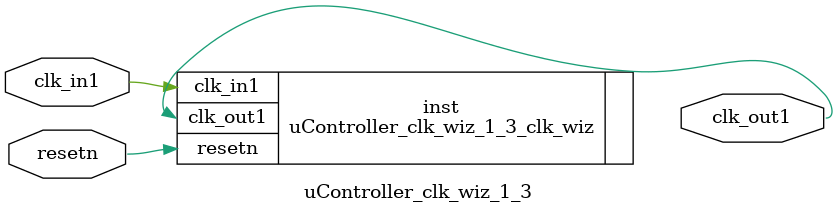
<source format=v>


`timescale 1ps/1ps

(* CORE_GENERATION_INFO = "uController_clk_wiz_1_3,clk_wiz_v6_0_11_0_0,{component_name=uController_clk_wiz_1_3,use_phase_alignment=true,use_min_o_jitter=false,use_max_i_jitter=false,use_dyn_phase_shift=false,use_inclk_switchover=false,use_dyn_reconfig=false,enable_axi=0,feedback_source=FDBK_AUTO,PRIMITIVE=MMCM,num_out_clk=1,clkin1_period=12.500,clkin2_period=10.0,use_power_down=false,use_reset=true,use_locked=false,use_inclk_stopped=false,feedback_type=SINGLE,CLOCK_MGR_TYPE=NA,manual_override=false}" *)

module uController_clk_wiz_1_3 
 (
  // Clock out ports
  output        clk_out1,
  // Status and control signals
  input         resetn,
 // Clock in ports
  input         clk_in1
 );

  uController_clk_wiz_1_3_clk_wiz inst
  (
  // Clock out ports  
  .clk_out1(clk_out1),
  // Status and control signals               
  .resetn(resetn), 
 // Clock in ports
  .clk_in1(clk_in1)
  );

endmodule

</source>
